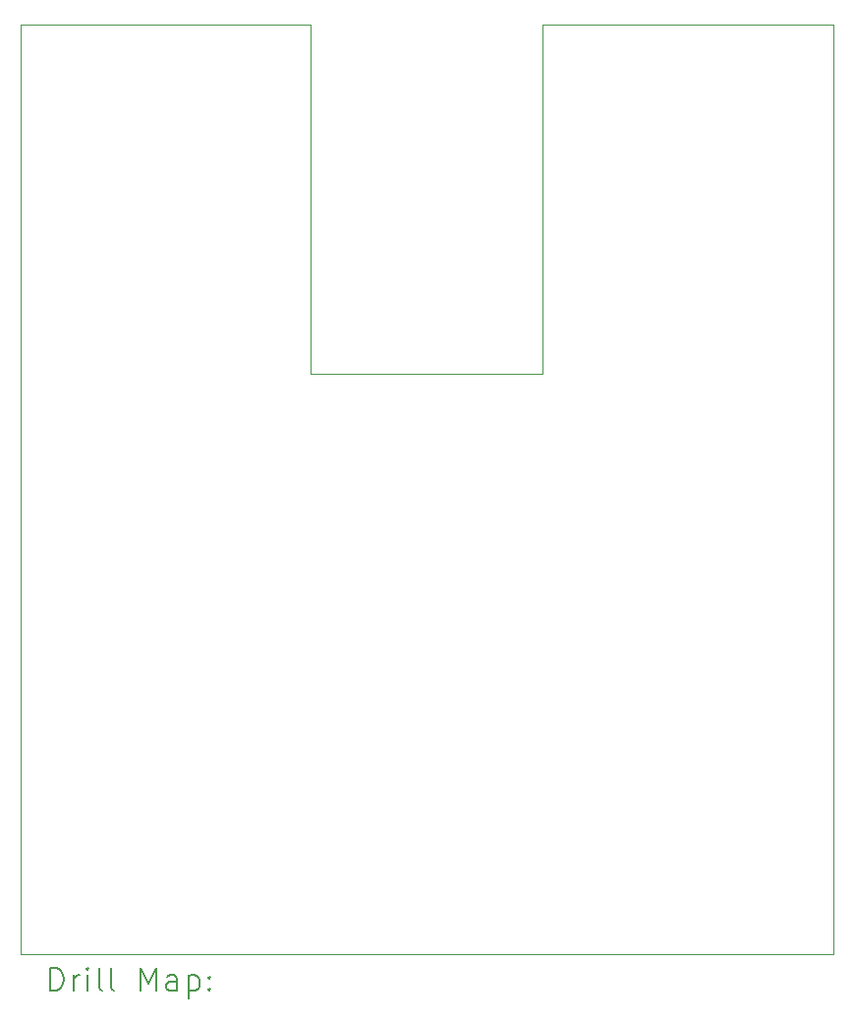
<source format=gbr>
%TF.GenerationSoftware,KiCad,Pcbnew,(6.0.9-0)*%
%TF.CreationDate,2024-06-23T22:54:29+01:00*%
%TF.ProjectId,BalanceBoard,42616c61-6e63-4654-926f-6172642e6b69,rev?*%
%TF.SameCoordinates,Original*%
%TF.FileFunction,Drillmap*%
%TF.FilePolarity,Positive*%
%FSLAX45Y45*%
G04 Gerber Fmt 4.5, Leading zero omitted, Abs format (unit mm)*
G04 Created by KiCad (PCBNEW (6.0.9-0)) date 2024-06-23 22:54:29*
%MOMM*%
%LPD*%
G01*
G04 APERTURE LIST*
%ADD10C,0.050000*%
%ADD11C,0.200000*%
G04 APERTURE END LIST*
D10*
X12000000Y-13000000D02*
X5000000Y-13000000D01*
X12000000Y-5000000D02*
X12000000Y-13000000D01*
X9500000Y-8000000D02*
X9500000Y-5000000D01*
X7500000Y-8000000D02*
X9500000Y-8000000D01*
X9500000Y-5000000D02*
X12000000Y-5000000D01*
X5000000Y-5000000D02*
X7500000Y-5000000D01*
X5000000Y-13000000D02*
X5000000Y-5000000D01*
X7500000Y-5000000D02*
X7500000Y-8000000D01*
D11*
X5255119Y-13312976D02*
X5255119Y-13112976D01*
X5302738Y-13112976D01*
X5331310Y-13122500D01*
X5350357Y-13141548D01*
X5359881Y-13160595D01*
X5369405Y-13198690D01*
X5369405Y-13227262D01*
X5359881Y-13265357D01*
X5350357Y-13284405D01*
X5331310Y-13303452D01*
X5302738Y-13312976D01*
X5255119Y-13312976D01*
X5455119Y-13312976D02*
X5455119Y-13179643D01*
X5455119Y-13217738D02*
X5464643Y-13198690D01*
X5474167Y-13189167D01*
X5493214Y-13179643D01*
X5512262Y-13179643D01*
X5578929Y-13312976D02*
X5578929Y-13179643D01*
X5578929Y-13112976D02*
X5569405Y-13122500D01*
X5578929Y-13132024D01*
X5588452Y-13122500D01*
X5578929Y-13112976D01*
X5578929Y-13132024D01*
X5702738Y-13312976D02*
X5683690Y-13303452D01*
X5674167Y-13284405D01*
X5674167Y-13112976D01*
X5807500Y-13312976D02*
X5788452Y-13303452D01*
X5778928Y-13284405D01*
X5778928Y-13112976D01*
X6036071Y-13312976D02*
X6036071Y-13112976D01*
X6102738Y-13255833D01*
X6169405Y-13112976D01*
X6169405Y-13312976D01*
X6350357Y-13312976D02*
X6350357Y-13208214D01*
X6340833Y-13189167D01*
X6321786Y-13179643D01*
X6283690Y-13179643D01*
X6264643Y-13189167D01*
X6350357Y-13303452D02*
X6331309Y-13312976D01*
X6283690Y-13312976D01*
X6264643Y-13303452D01*
X6255119Y-13284405D01*
X6255119Y-13265357D01*
X6264643Y-13246309D01*
X6283690Y-13236786D01*
X6331309Y-13236786D01*
X6350357Y-13227262D01*
X6445595Y-13179643D02*
X6445595Y-13379643D01*
X6445595Y-13189167D02*
X6464643Y-13179643D01*
X6502738Y-13179643D01*
X6521786Y-13189167D01*
X6531309Y-13198690D01*
X6540833Y-13217738D01*
X6540833Y-13274881D01*
X6531309Y-13293928D01*
X6521786Y-13303452D01*
X6502738Y-13312976D01*
X6464643Y-13312976D01*
X6445595Y-13303452D01*
X6626548Y-13293928D02*
X6636071Y-13303452D01*
X6626548Y-13312976D01*
X6617024Y-13303452D01*
X6626548Y-13293928D01*
X6626548Y-13312976D01*
X6626548Y-13189167D02*
X6636071Y-13198690D01*
X6626548Y-13208214D01*
X6617024Y-13198690D01*
X6626548Y-13189167D01*
X6626548Y-13208214D01*
M02*

</source>
